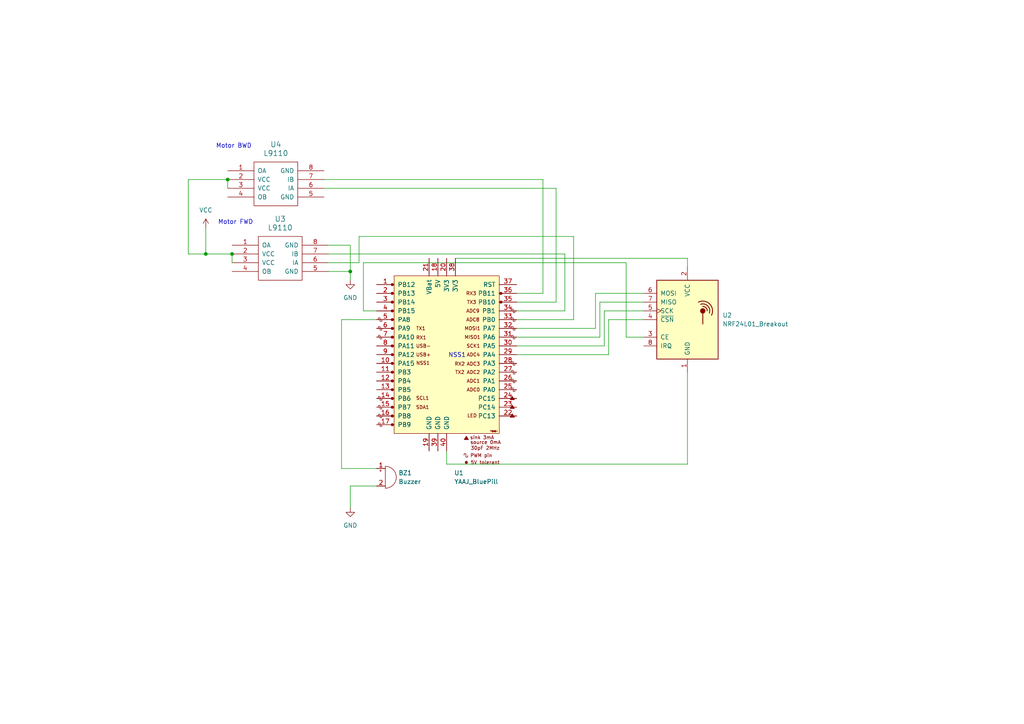
<source format=kicad_sch>
(kicad_sch (version 20231120) (generator "eeschema") (generator_version "8.0")
  (paper "A4")
  (lib_symbols
    (symbol "Device:Buzzer" (pin_names (offset 0.0254) hide)
      (property "Reference" "BZ" (at 3.81 1.27 0))
      (property "Value" "Buzzer" (at 3.81 -1.27 0))
      (symbol "Buzzer_0_1"
        (arc (start 0 -3.175) (mid 3.1612 0) (end 0 3.175))
        (polyline (pts (xy -1.651 1.905) (xy -1.143 1.905)))
        (polyline (pts (xy -1.397 2.159) (xy -1.397 1.651)))
        (polyline (pts (xy 0 3.175) (xy 0 -3.175)))
      )
      (symbol "Buzzer_1_1"
        (pin passive line (at -2.54 2.54 0) (length 2.54) (name "+") (number "1"))
        (pin passive line (at -2.54 -2.54 0) (length 2.54) (name "-") (number "2"))
      )
    )
    (symbol "L9110:L9110" (pin_names (offset 1.016))
      (property "Reference" "U" (at 0 7.62 0))
      (property "Value" "L9110" (at 0 -7.62 0))
      (symbol "L9110_0_1"
        (rectangle (start 6.35 -6.35) (end -6.35 6.35))
      )
      (symbol "L9110_1_1"
        (pin output line (at -13.97 3.81 0) (length 7.62) (name "OA") (number "1"))
        (pin power_in line (at -13.97 1.27 0) (length 7.62) (name "VCC") (number "2"))
        (pin power_in line (at -13.97 -1.27 0) (length 7.62) (name "VCC") (number "3"))
        (pin output line (at -13.97 -3.81 0) (length 7.62) (name "OB") (number "4"))
        (pin power_in line (at 13.97 -3.81 180) (length 7.62) (name "GND") (number "5"))
        (pin input line (at 13.97 -1.27 180) (length 7.62) (name "IA") (number "6"))
        (pin input line (at 13.97 1.27 180) (length 7.62) (name "IB") (number "7"))
        (pin power_in line (at 13.97 3.81 180) (length 7.62) (name "GND") (number "8"))
      )
      (symbol "L9110_1_2"
        (pin output line (at -19.05 12.7 0) (length 7.62) (name "OA") (number "1"))
        (pin output line (at -19.05 5.08 0) (length 7.62) (name "VCC") (number "2"))
        (pin output line (at -19.05 -5.08 0) (length 7.62) (name "VCC") (number "3"))
        (pin power_out line (at -19.05 -12.7 0) (length 7.62) (name "OB") (number "4"))
        (pin power_out line (at 17.78 -12.7 180) (length 7.62) (name "GND") (number "5"))
        (pin input line (at 17.78 -5.08 180) (length 7.62) (name "IA") (number "6"))
        (pin input line (at 17.78 5.08 180) (length 7.62) (name "IB") (number "7"))
        (pin power_in line (at 17.78 12.7 180) (length 7.62) (name "GND") (number "8"))
      )
    )
    (symbol "RF:NRF24L01_Breakout" (pin_names (offset 1.016))
      (property "Reference" "U" (at -8.89 12.7 0))
      (property "Value" "NRF24L01_Breakout" (at 3.81 12.7 0))
      (symbol "NRF24L01_Breakout_0_1"
        (rectangle (start -8.89 11.43) (end 8.89 -11.43) (stroke (width 0.254)) (fill (type background)))
        (polyline (pts (xy 4.445 1.905) (xy 4.445 -1.27)) (stroke (width 0.254)))
        (circle (center 4.445 2.54) (radius 0.635) (stroke (width 0.254)) (fill (type outline)))
        (arc (start 5.715 2.54) (mid 5.3521 3.4546) (end 4.445 3.81) (stroke (width 0.254)))
        (arc (start 6.35 1.905) (mid 5.8763 3.9854) (end 3.81 4.445) (stroke (width 0.254)))
        (arc (start 6.985 1.27) (mid 6.453 4.548) (end 3.175 5.08) (stroke (width 0.254)))
      )
      (symbol "NRF24L01_Breakout_1_1"
        (pin power_in line (at 0 -15.24 90) (length 3.81) (name "GND") (number "1"))
        (pin power_in line (at 0 15.24 270) (length 3.81) (name "VCC") (number "2"))
        (pin input line (at -12.7 -5.08 0) (length 3.81) (name "CE") (number "3"))
        (pin input line (at -12.7 0 0) (length 3.81) (name "~{CSN}") (number "4"))
        (pin input clock (at -12.7 2.54 0) (length 3.81) (name "SCK") (number "5"))
        (pin input line (at -12.7 7.62 0) (length 3.81) (name "MOSI") (number "6"))
        (pin output line (at -12.7 5.08 0) (length 3.81) (name "MISO") (number "7"))
        (pin output line (at -12.7 -7.62 0) (length 3.81) (name "IRQ") (number "8"))
      )
    )
    (symbol "YAAJ_BluePill:YAAJ_BluePill" (pin_names (offset 1.016))
      (property "Reference" "U" (at -13.97 24.13 0))
      (property "Value" "YAAJ_BluePill" (at 0 6.35 90))
      (symbol "YAAJ_BluePill_0_0"
        (circle (center -15.748 -20.32) (radius 0.3556) (fill (type outline)))
        (circle (center -15.748 -17.78) (radius 0.3556) (fill (type outline)))
        (circle (center -15.748 -15.24) (radius 0.3556) (fill (type outline)))
        (circle (center -15.748 -12.7) (radius 0.3556) (fill (type outline)))
        (circle (center -15.748 -10.16) (radius 0.3556) (fill (type outline)))
        (circle (center -15.748 -7.62) (radius 0.3556) (fill (type outline)))
        (circle (center -15.748 -5.08) (radius 0.3556) (fill (type outline)))
        (circle (center -15.748 -2.54) (radius 0.3556) (fill (type outline)))
        (circle (center -15.748 0) (radius 0.3556) (fill (type outline)))
        (circle (center -15.748 2.54) (radius 0.3556) (fill (type outline)))
        (circle (center -15.748 5.08) (radius 0.3556) (fill (type outline)))
        (circle (center -15.748 7.62) (radius 0.3556) (fill (type outline)))
        (circle (center -15.748 10.16) (radius 0.3556) (fill (type outline)))
        (circle (center -15.748 12.7) (radius 0.3556) (fill (type outline)))
        (circle (center -15.748 15.24) (radius 0.3556) (fill (type outline)))
        (circle (center -15.748 20.32) (radius 0.3556) (fill (type outline)))
        (polyline (pts (xy 5.08 -24.638) (xy 5.715 -23.622) (xy 6.35 -24.638) (xy 5.08 -24.638) (xy 5.715 -23.749) (xy 6.223 -24.638) (xy 5.207 -24.511) (xy 5.715 -23.876) (xy 6.096 -24.638) (xy 5.334 -24.384) (xy 5.842 -24.003) (xy 5.969 -24.638) (xy 5.461 -24.257) (xy 5.969 -24.13) (xy 5.842 -24.511) (xy 5.588 -24.257) (xy 5.842 -24.384) (xy 5.715 -24.13)))
        (polyline (pts (xy 18.415 -18.161) (xy 19.05 -17.145) (xy 19.685 -18.161) (xy 18.415 -18.161) (xy 19.05 -17.272) (xy 19.558 -18.161) (xy 18.542 -18.034) (xy 19.05 -17.399) (xy 19.431 -18.161) (xy 18.669 -17.907) (xy 19.177 -17.526) (xy 19.304 -18.161) (xy 18.796 -17.78) (xy 19.304 -17.653) (xy 19.177 -18.034) (xy 18.923 -17.78) (xy 19.177 -17.907) (xy 19.05 -17.653)))
        (polyline (pts (xy 18.415 -15.621) (xy 19.05 -14.605) (xy 19.685 -15.621) (xy 18.415 -15.621) (xy 19.05 -14.732) (xy 19.558 -15.621) (xy 18.542 -15.494) (xy 19.05 -14.859) (xy 19.431 -15.621) (xy 18.669 -15.367) (xy 19.177 -14.986) (xy 19.304 -15.621) (xy 18.796 -15.24) (xy 19.304 -15.113) (xy 19.177 -15.494) (xy 18.923 -15.24) (xy 19.177 -15.367) (xy 19.05 -15.113)))
        (polyline (pts (xy 18.415 -13.081) (xy 19.05 -12.065) (xy 19.685 -13.081) (xy 18.415 -13.081) (xy 19.05 -12.192) (xy 19.558 -13.081) (xy 18.542 -12.954) (xy 19.05 -12.319) (xy 19.431 -13.081) (xy 18.669 -12.827) (xy 19.177 -12.446) (xy 19.304 -13.081) (xy 18.796 -12.7) (xy 19.304 -12.573) (xy 19.177 -12.954) (xy 18.923 -12.7) (xy 19.177 -12.827) (xy 19.05 -12.573)))
        (circle (center 5.715 -31.242) (radius 0.127) (fill (type outline)))
        (circle (center 5.715 -31.242) (radius 0.254))
        (circle (center 5.715 -31.242) (radius 0.3556))
        (circle (center 15.748 15.24) (radius 0.254) (fill (type outline)))
        (circle (center 15.748 15.24) (radius 0.3556))
        (circle (center 15.748 17.78) (radius 0.254) (fill (type outline)))
        (circle (center 15.748 17.78) (radius 0.3556))
        (text "30pF 2MHz" (at 11.176 -27.051 0) (effects (font (size 0.9906 0.9906))))
        (text "5V tolerant" (at 11.176 -31.242 0) (effects (font (size 0.9906 0.9906))))
        (text "ADC0" (at 7.747 -10.16 0) (effects (font (size 0.9906 0.9906))))
        (text "ADC1" (at 7.747 -7.62 0) (effects (font (size 0.9906 0.9906))))
        (text "ADC2" (at 7.747 -5.08 0) (effects (font (size 0.9906 0.9906))))
        (text "ADC3" (at 7.747 -2.667 0) (effects (font (size 0.9906 0.9906))))
        (text "ADC4" (at 7.747 0 0) (effects (font (size 0.9906 0.9906))))
        (text "ADC8" (at 7.62 10.16 0) (effects (font (size 0.9906 0.9906))))
        (text "ADC9" (at 7.62 12.7 0) (effects (font (size 0.9906 0.9906))))
        (text "LED" (at 7.366 -17.653 0) (effects (font (size 0.9906 0.9906))))
        (text "MISO1" (at 7.493 5.08 0) (effects (font (size 0.9906 0.9906))))
        (text "MOSI1" (at 7.493 7.62 0) (effects (font (size 0.9906 0.9906))))
        (text "NSS1" (at -6.858 -2.413 0) (effects (font (size 0.9906 0.9906))))
        (text "PWM pin" (at 10.033 -29.21 0) (effects (font (size 0.9906 0.9906))))
        (text "RX1" (at -7.366 4.953 0) (effects (font (size 0.9906 0.9906))))
        (text "RX2" (at 3.81 -2.667 0) (effects (font (size 0.9906 0.9906))))
        (text "RX3" (at 7.112 17.78 0) (effects (font (size 0.9906 0.9906))))
        (text "SCK1" (at 7.747 2.54 0) (effects (font (size 0.9906 0.9906))))
        (text "SCL1" (at -6.985 -12.573 0) (effects (font (size 0.9906 0.9906))))
        (text "SDA1" (at -6.985 -15.24 0) (effects (font (size 0.9906 0.9906))))
        (text "sink 3mA" (at 10.287 -24.003 0) (effects (font (size 0.9906 0.9906))))
        (text "source 0mA" (at 11.303 -25.4 0) (effects (font (size 0.9906 0.9906))))
        (text "TX1" (at -7.493 7.62 0) (effects (font (size 0.9906 0.9906))))
        (text "TX2" (at 3.81 -5.08 0) (effects (font (size 0.9906 0.9906))))
        (text "TX3" (at 7.239 15.24 0) (effects (font (size 0.9906 0.9906))))
        (text "USB+" (at -6.731 0 0) (effects (font (size 0.9906 0.9906))))
        (text "USB-" (at -6.731 2.54 0) (effects (font (size 0.9906 0.9906))))
        (text "Y@@J" (at 13.6906 -22.1488 0) (effects (font (size 0.508 0.508))))
      )
      (symbol "YAAJ_BluePill_0_1"
        (rectangle (start -15.24 22.86) (end 15.24 -22.86) (fill (type background)))
        (polyline (pts (xy -18.796 -20.32) (xy -18.796 -20.828) (xy -19.304 -20.828) (xy -19.304 -19.812) (xy -19.812 -19.812) (xy -19.812 -20.32)))
        (polyline (pts (xy -18.796 -17.78) (xy -18.796 -18.288) (xy -19.304 -18.288) (xy -19.304 -17.272) (xy -19.812 -17.272) (xy -19.812 -17.78)))
        (polyline (pts (xy -18.796 -15.24) (xy -18.796 -15.748) (xy -19.304 -15.748) (xy -19.304 -14.732) (xy -19.812 -14.732) (xy -19.812 -15.24)))
        (polyline (pts (xy -18.796 -12.7) (xy -18.796 -13.208) (xy -19.304 -13.208) (xy -19.304 -12.192) (xy -19.812 -12.192) (xy -19.812 -12.7)))
        (polyline (pts (xy -18.796 5.08) (xy -18.796 4.572) (xy -19.304 4.572) (xy -19.304 5.588) (xy -19.812 5.588) (xy -19.812 5.08)))
        (polyline (pts (xy -18.796 7.62) (xy -18.796 7.112) (xy -19.304 7.112) (xy -19.304 8.128) (xy -19.812 8.128) (xy -19.812 7.62)))
        (polyline (pts (xy -18.796 10.16) (xy -18.796 9.652) (xy -19.304 9.652) (xy -19.304 10.668) (xy -19.812 10.668) (xy -19.812 10.16)))
        (polyline (pts (xy 6.096 -29.21) (xy 6.096 -29.718) (xy 5.588 -29.718) (xy 5.588 -28.702) (xy 5.08 -28.702) (xy 5.08 -29.21)))
        (polyline (pts (xy 19.812 -10.16) (xy 19.812 -10.668) (xy 19.304 -10.668) (xy 19.304 -9.652) (xy 18.796 -9.652) (xy 18.796 -10.16)))
        (polyline (pts (xy 19.812 -7.62) (xy 19.812 -8.128) (xy 19.304 -8.128) (xy 19.304 -7.112) (xy 18.796 -7.112) (xy 18.796 -7.62)))
        (polyline (pts (xy 19.812 -5.08) (xy 19.812 -5.588) (xy 19.304 -5.588) (xy 19.304 -4.572) (xy 18.796 -4.572) (xy 18.796 -5.08)))
        (polyline (pts (xy 19.812 -2.54) (xy 19.812 -3.048) (xy 19.304 -3.048) (xy 19.304 -2.032) (xy 18.796 -2.032) (xy 18.796 -2.54)))
        (polyline (pts (xy 19.812 5.08) (xy 19.812 4.572) (xy 19.304 4.572) (xy 19.304 5.588) (xy 18.796 5.588) (xy 18.796 5.08)))
        (polyline (pts (xy 19.812 7.62) (xy 19.812 7.112) (xy 19.304 7.112) (xy 19.304 8.128) (xy 18.796 8.128) (xy 18.796 7.62)))
        (polyline (pts (xy 19.812 10.16) (xy 19.812 9.652) (xy 19.304 9.652) (xy 19.304 10.668) (xy 18.796 10.668) (xy 18.796 10.16)))
        (polyline (pts (xy 19.812 12.7) (xy 19.812 12.192) (xy 19.304 12.192) (xy 19.304 13.208) (xy 18.796 13.208) (xy 18.796 12.7)))
      )
      (symbol "YAAJ_BluePill_1_1"
        (circle (center -15.748 17.78) (radius 0.3556) (fill (type outline)))
        (pin bidirectional line (at -20.32 20.32 0) (length 5.08) (name "PB12") (number "1"))
        (pin bidirectional line (at -20.32 -2.54 0) (length 5.08) (name "PA15") (number "10"))
        (pin bidirectional line (at -20.32 -5.08 0) (length 5.08) (name "PB3") (number "11"))
        (pin bidirectional line (at -20.32 -7.62 0) (length 5.08) (name "PB4") (number "12"))
        (pin bidirectional line (at -20.32 -10.16 0) (length 5.08) (name "PB5") (number "13"))
        (pin bidirectional line (at -20.32 -12.7 0) (length 5.08) (name "PB6") (number "14"))
        (pin bidirectional line (at -20.32 -15.24 0) (length 5.08) (name "PB7") (number "15"))
        (pin bidirectional line (at -20.32 -17.78 0) (length 5.08) (name "PB8") (number "16"))
        (pin bidirectional line (at -20.32 -20.32 0) (length 5.08) (name "PB9") (number "17"))
        (pin power_in line (at -2.54 27.94 270) (length 5.08) (name "5V") (number "18"))
        (pin power_in line (at -5.08 -27.94 90) (length 5.08) (name "GND") (number "19"))
        (pin bidirectional line (at -20.32 17.78 0) (length 5.08) (name "PB13") (number "2"))
        (pin power_in line (at 0 27.94 270) (length 5.08) (name "3V3") (number "20"))
        (pin power_in line (at -5.08 27.94 270) (length 5.08) (name "VBat") (number "21"))
        (pin bidirectional line (at 20.32 -17.78 180) (length 5.08) (name "PC13") (number "22"))
        (pin bidirectional line (at 20.32 -15.24 180) (length 5.08) (name "PC14") (number "23"))
        (pin bidirectional line (at 20.32 -12.7 180) (length 5.08) (name "PC15") (number "24"))
        (pin bidirectional line (at 20.32 -10.16 180) (length 5.08) (name "PA0") (number "25"))
        (pin bidirectional line (at 20.32 -7.62 180) (length 5.08) (name "PA1") (number "26"))
        (pin bidirectional line (at 20.32 -5.08 180) (length 5.08) (name "PA2") (number "27"))
        (pin bidirectional line (at 20.32 -2.54 180) (length 5.08) (name "PA3") (number "28"))
        (pin bidirectional line (at 20.32 0 180) (length 5.08) (name "PA4") (number "29"))
        (pin bidirectional line (at -20.32 15.24 0) (length 5.08) (name "PB14") (number "3"))
        (pin bidirectional line (at 20.32 2.54 180) (length 5.08) (name "PA5") (number "30"))
        (pin bidirectional line (at 20.32 5.08 180) (length 5.08) (name "PA6") (number "31"))
        (pin bidirectional line (at 20.32 7.62 180) (length 5.08) (name "PA7") (number "32"))
        (pin bidirectional line (at 20.32 10.16 180) (length 5.08) (name "PB0") (number "33"))
        (pin bidirectional line (at 20.32 12.7 180) (length 5.08) (name "PB1") (number "34"))
        (pin bidirectional line (at 20.32 15.24 180) (length 5.08) (name "PB10") (number "35"))
        (pin bidirectional line (at 20.32 17.78 180) (length 5.08) (name "PB11") (number "36"))
        (pin input line (at 20.32 20.32 180) (length 5.08) (name "RST") (number "37"))
        (pin power_in line (at 2.54 27.94 270) (length 5.08) (name "3V3") (number "38"))
        (pin power_in line (at -2.54 -27.94 90) (length 5.08) (name "GND") (number "39"))
        (pin bidirectional line (at -20.32 12.7 0) (length 5.08) (name "PB15") (number "4"))
        (pin power_in line (at 0 -27.94 90) (length 5.08) (name "GND") (number "40"))
        (pin bidirectional line (at -20.32 10.16 0) (length 5.08) (name "PA8") (number "5"))
        (pin bidirectional line (at -20.32 7.62 0) (length 5.08) (name "PA9") (number "6"))
        (pin bidirectional line (at -20.32 5.08 0) (length 5.08) (name "PA10") (number "7"))
        (pin bidirectional line (at -20.32 2.54 0) (length 5.08) (name "PA11") (number "8"))
        (pin bidirectional line (at -20.32 0 0) (length 5.08) (name "PA12") (number "9"))
      )
    )
    (symbol "power:GND" (power) (pin_numbers hide) (pin_names (offset 0) hide)
      (property "Value" "GND" (at 0 -3.81 0))
      (symbol "GND_0_1"
        (polyline (pts (xy 0 0) (xy 0 -1.27) (xy 1.27 -1.27) (xy 0 -2.54) (xy -1.27 -1.27) (xy 0 -1.27)))
      )
      (symbol "GND_1_1"
        (pin power_in line (at 0 0 270) (length 0) (name "~") (number "1"))
      )
    )
    (symbol "power:VCC" (power) (pin_numbers hide) (pin_names (offset 0) hide)
      (property "Value" "VCC" (at 0 3.556 0))
      (symbol "VCC_0_1"
        (polyline (pts (xy -0.762 1.27) (xy 0 2.54)))
        (polyline (pts (xy 0 0) (xy 0 2.54)))
        (polyline (pts (xy 0 2.54) (xy 0.762 1.27)))
      )
      (symbol "VCC_1_1"
        (pin power_in line (at 0 0 90) (length 0) (name "~") (number "1"))
      )
    )
  )
  (junction (at 101.6 78.74))
  (junction (at 67.31 73.66))
  (junction (at 59.69 73.66))
  (junction (at 66.04 52.07))
  (wire (pts (xy 176.53 92.71) (xy 176.53 102.87)))
  (wire (pts (xy 132.08 74.93) (xy 199.39 74.93)))
  (wire (pts (xy 149.86 95.25) (xy 172.72 95.25)))
  (wire (pts (xy 199.39 134.62) (xy 129.54 134.62)))
  (wire (pts (xy 101.6 78.74) (xy 101.6 81.28)))
  (wire (pts (xy 186.69 92.71) (xy 176.53 92.71)))
  (wire (pts (xy 172.72 85.09) (xy 186.69 85.09)))
  (wire (pts (xy 163.83 90.17) (xy 149.86 90.17)))
  (wire (pts (xy 54.61 73.66) (xy 54.61 52.07)))
  (wire (pts (xy 186.69 87.63) (xy 173.99 87.63)))
  (wire (pts (xy 104.14 76.2) (xy 104.14 68.58)))
  (wire (pts (xy 59.69 73.66) (xy 67.31 73.66)))
  (wire (pts (xy 175.26 100.33) (xy 149.86 100.33)))
  (wire (pts (xy 173.99 97.79) (xy 149.86 97.79)))
  (wire (pts (xy 199.39 74.93) (xy 199.39 77.47)))
  (wire (pts (xy 166.37 68.58) (xy 166.37 92.71)))
  (wire (pts (xy 149.86 87.63) (xy 161.29 87.63)))
  (wire (pts (xy 181.61 76.2) (xy 181.61 97.79)))
  (wire (pts (xy 157.48 52.07) (xy 157.48 85.09)))
  (wire (pts (xy 101.6 140.97) (xy 109.22 140.97)))
  (wire (pts (xy 109.22 92.71) (xy 99.06 92.71)))
  (wire (pts (xy 172.72 95.25) (xy 172.72 85.09)))
  (wire (pts (xy 105.41 90.17) (xy 109.22 90.17)))
  (wire (pts (xy 157.48 85.09) (xy 149.86 85.09)))
  (wire (pts (xy 59.69 73.66) (xy 54.61 73.66)))
  (wire (pts (xy 199.39 107.95) (xy 199.39 134.62)))
  (wire (pts (xy 149.86 92.71) (xy 166.37 92.71)))
  (wire (pts (xy 67.31 73.66) (xy 67.31 76.2)))
  (wire (pts (xy 181.61 76.2) (xy 105.41 76.2)))
  (wire (pts (xy 105.41 76.2) (xy 105.41 90.17)))
  (wire (pts (xy 101.6 140.97) (xy 101.6 147.32)))
  (wire (pts (xy 173.99 87.63) (xy 173.99 97.79)))
  (wire (pts (xy 54.61 52.07) (xy 66.04 52.07)))
  (wire (pts (xy 163.83 73.66) (xy 163.83 90.17)))
  (wire (pts (xy 104.14 68.58) (xy 166.37 68.58)))
  (wire (pts (xy 99.06 92.71) (xy 99.06 135.89)))
  (wire (pts (xy 66.04 52.07) (xy 66.04 54.61)))
  (wire (pts (xy 95.25 76.2) (xy 104.14 76.2)))
  (wire (pts (xy 129.54 134.62) (xy 129.54 130.81)))
  (wire (pts (xy 161.29 87.63) (xy 161.29 54.61)))
  (wire (pts (xy 186.69 90.17) (xy 175.26 90.17)))
  (wire (pts (xy 186.69 97.79) (xy 181.61 97.79)))
  (wire (pts (xy 101.6 71.12) (xy 101.6 78.74)))
  (wire (pts (xy 59.69 66.04) (xy 59.69 73.66)))
  (wire (pts (xy 93.98 52.07) (xy 157.48 52.07)))
  (wire (pts (xy 175.26 90.17) (xy 175.26 100.33)))
  (wire (pts (xy 161.29 54.61) (xy 93.98 54.61)))
  (wire (pts (xy 95.25 71.12) (xy 101.6 71.12)))
  (wire (pts (xy 95.25 73.66) (xy 163.83 73.66)))
  (wire (pts (xy 95.25 78.74) (xy 101.6 78.74)))
  (wire (pts (xy 99.06 135.89) (xy 109.22 135.89)))
  (wire (pts (xy 176.53 102.87) (xy 149.86 102.87)))
  (text "Motor FWD" (at 68.326 64.516 0) (effects (font (size 1.27 1.27))))
  (text "Motor BWD" (at 67.818 42.418 0) (effects (font (size 1.27 1.27))))
  (text "NSS1" (at 132.588 103.124 0) (effects (font (size 1.27 1.27))))
  (symbol (lib_id "power:VCC") (at 59.69 66.04 0) (unit 1)
    (property "Reference" "#PWR02" (effects (hide yes)))
    (property "Value" "VCC" (at 59.69 60.96 0))
    (property "Description" "Power symbol creates a global label with name \"VCC\"" (effects (hide yes)))
  )
  (symbol (lib_id "L9110:L9110") (at 81.28 74.93 0) (unit 1)
    (property "Reference" "U3" (at 81.28 63.5 0) (effects (font (size 1.524 1.524))))
    (property "Value" "L9110" (at 81.28 66.04 0) (effects (font (size 1.524 1.524))))
  )
  (symbol (lib_id "power:GND") (at 101.6 81.28 0) (unit 1)
    (property "Reference" "#PWR03" (effects (hide yes)))
    (property "Value" "GND" (at 101.6 86.36 0))
    (property "Description" "Power symbol creates a global label with name \"GND\" , ground" (effects (hide yes)))
  )
  (symbol (lib_id "Device:Buzzer") (at 111.76 138.43 0) (unit 1)
    (property "Reference" "BZ1" (at 115.57 137.1599 0) (effects (justify left)))
    (property "Value" "Buzzer" (at 115.57 139.6999 0) (effects (justify left)))
    (property "Description" "Buzzer, polarized" (effects (hide yes)))
  )
  (symbol (lib_id "YAAJ_BluePill:YAAJ_BluePill") (at 129.54 102.87 0) (unit 1)
    (property "Reference" "U1" (at 131.7341 137.16 0) (effects (justify left)))
    (property "Value" "YAAJ_BluePill" (at 131.7341 139.7 0) (effects (justify left)))
    (property "Description" "STM32 Blue Pill ; KLC compliant" (effects (hide yes)))
  )
  (symbol (lib_id "power:GND") (at 101.6 147.32 0) (unit 1)
    (property "Reference" "#PWR01" (effects (hide yes)))
    (property "Value" "GND" (at 101.6 152.4 0))
    (property "Description" "Power symbol creates a global label with name \"GND\" , ground" (effects (hide yes)))
  )
  (symbol (lib_id "RF:NRF24L01_Breakout") (at 199.39 92.71 0) (unit 1)
    (property "Reference" "U2" (at 209.55 91.4399 0) (effects (justify left)))
    (property "Value" "NRF24L01_Breakout" (at 209.55 93.9799 0) (effects (justify left)))
    (property "Footprint" "RF_Module:nRF24L01_Breakout" (effects (hide yes)))
    (property "Datasheet" "http://www.nordicsemi.com/eng/content/download/2730/34105/file/nRF24L01_Product_Specification_v2_0.pdf" (effects (hide yes)))
    (property "Description" "Ultra low power 2.4GHz RF Transceiver, Carrier PCB" (effects (hide yes)))
  )
  (symbol (lib_id "L9110:L9110") (at 80.01 53.34 0) (unit 1)
    (property "Reference" "U4" (at 80.01 41.91 0) (effects (font (size 1.524 1.524))))
    (property "Value" "L9110" (at 80.01 44.45 0) (effects (font (size 1.524 1.524))))
  )
)
</source>
